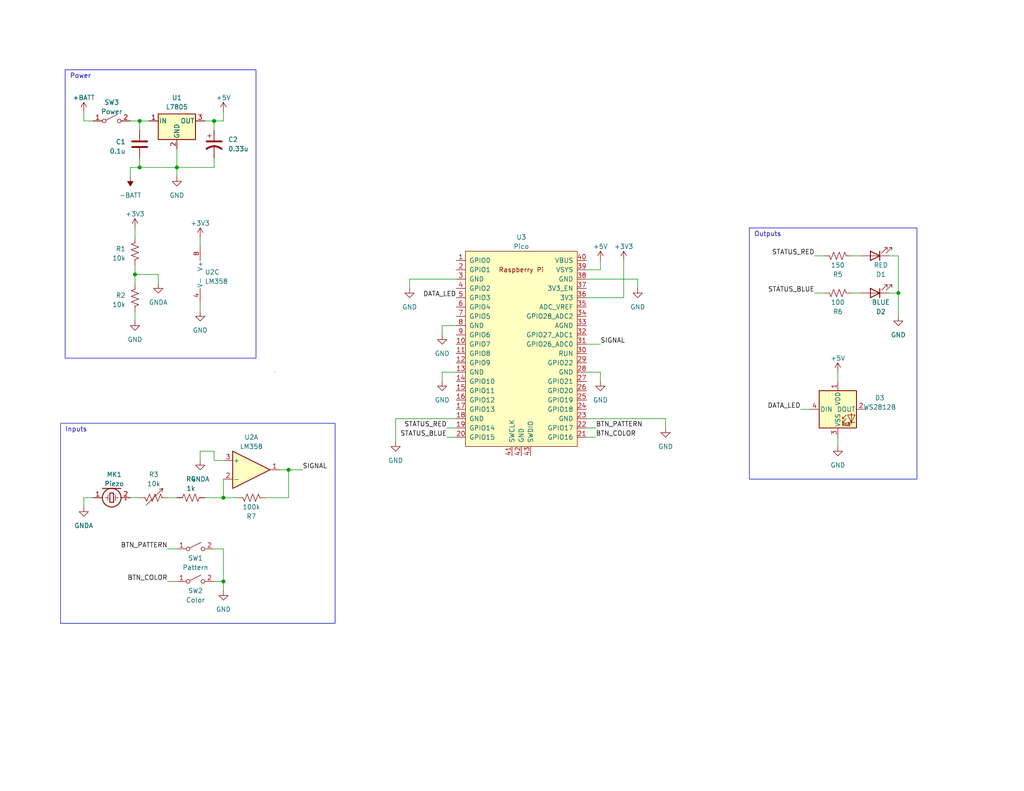
<source format=kicad_sch>
(kicad_sch (version 20230121) (generator eeschema)
  (paper "USLetter")
  (lib_symbols
    (symbol "Amplifier_Operational:LM358" (pin_names (offset 0.127))
      (property "Reference" "U" (at 0 5.08 0))
      (property "Value" "LM358" (at 0 -5.08 0))
      (symbol "LM358_1_1"
        (polyline (pts (xy -5.08 5.08) (xy 5.08 0) (xy -5.08 -5.08) (xy -5.08 5.08)) (stroke (width 0.254)) (fill (type background)))
        (pin output line (at 7.62 0 180) (length 2.54) (name "~") (number "1"))
        (pin input line (at -7.62 -2.54 0) (length 2.54) (name "-") (number "2"))
        (pin input line (at -7.62 2.54 0) (length 2.54) (name "+") (number "3"))
      )
      (symbol "LM358_2_1"
        (polyline (pts (xy -5.08 5.08) (xy 5.08 0) (xy -5.08 -5.08) (xy -5.08 5.08)) (stroke (width 0.254)) (fill (type background)))
        (pin input line (at -7.62 2.54 0) (length 2.54) (name "+") (number "5"))
        (pin input line (at -7.62 -2.54 0) (length 2.54) (name "-") (number "6"))
        (pin output line (at 7.62 0 180) (length 2.54) (name "~") (number "7"))
      )
      (symbol "LM358_3_1"
        (pin power_in line (at -2.54 -7.62 90) (length 3.81) (name "V-") (number "4"))
        (pin power_in line (at -2.54 7.62 270) (length 3.81) (name "V+") (number "8"))
      )
    )
    (symbol "Device:C" (pin_numbers hide) (pin_names (offset 0.254))
      (property "Reference" "C" (at 0.635 2.54 0))
      (property "Value" "C" (at 0.635 -2.54 0))
      (symbol "C_0_1"
        (polyline (pts (xy -2.032 -0.762) (xy 2.032 -0.762)) (stroke (width 0.508)))
        (polyline (pts (xy -2.032 0.762) (xy 2.032 0.762)) (stroke (width 0.508)))
      )
      (symbol "C_1_1"
        (pin passive line (at 0 3.81 270) (length 2.794) (name "~") (number "1"))
        (pin passive line (at 0 -3.81 90) (length 2.794) (name "~") (number "2"))
      )
    )
    (symbol "Device:C_Polarized_US" (pin_numbers hide) (pin_names (offset 0.254) hide)
      (property "Reference" "C" (at 0.635 2.54 0))
      (property "Value" "C_Polarized_US" (at 0.635 -2.54 0))
      (symbol "C_Polarized_US_0_1"
        (polyline (pts (xy -2.032 0.762) (xy 2.032 0.762)) (stroke (width 0.508)))
        (polyline (pts (xy -1.778 2.286) (xy -0.762 2.286)))
        (polyline (pts (xy -1.27 1.778) (xy -1.27 2.794)))
        (arc (start 2.032 -1.27) (mid 0 -0.5572) (end -2.032 -1.27) (stroke (width 0.508)))
      )
      (symbol "C_Polarized_US_1_1"
        (pin passive line (at 0 3.81 270) (length 2.794) (name "~") (number "1"))
        (pin passive line (at 0 -3.81 90) (length 3.302) (name "~") (number "2"))
      )
    )
    (symbol "Device:LED" (pin_numbers hide) (pin_names (offset 1.016) hide)
      (property "Reference" "D" (at 0 2.54 0))
      (property "Value" "LED" (at 0 -2.54 0))
      (symbol "LED_0_1"
        (polyline (pts (xy -1.27 -1.27) (xy -1.27 1.27)) (stroke (width 0.254)))
        (polyline (pts (xy -1.27 0) (xy 1.27 0)))
        (polyline (pts (xy 1.27 -1.27) (xy 1.27 1.27) (xy -1.27 0) (xy 1.27 -1.27)) (stroke (width 0.254)))
        (polyline (pts (xy -3.048 -0.762) (xy -4.572 -2.286) (xy -3.81 -2.286) (xy -4.572 -2.286) (xy -4.572 -1.524)))
        (polyline (pts (xy -1.778 -0.762) (xy -3.302 -2.286) (xy -2.54 -2.286) (xy -3.302 -2.286) (xy -3.302 -1.524)))
      )
      (symbol "LED_1_1"
        (pin passive line (at -3.81 0 0) (length 2.54) (name "K") (number "1"))
        (pin passive line (at 3.81 0 180) (length 2.54) (name "A") (number "2"))
      )
    )
    (symbol "Device:Microphone_Crystal" (pin_names (offset 0.0254) hide)
      (property "Reference" "MK" (at -3.81 1.143 0))
      (property "Value" "Microphone_Crystal" (at -3.81 -0.762 0))
      (symbol "Microphone_Crystal_0_1"
        (rectangle (start -1.27 0.508) (end 1.27 -0.508) (stroke (width 0.254)))
        (polyline (pts (xy -2.54 2.54) (xy -2.54 -2.54)) (stroke (width 0.254)))
        (polyline (pts (xy -0.762 -1.016) (xy 0.762 -1.016)))
        (polyline (pts (xy -0.762 1.016) (xy 0.762 1.016)))
        (polyline (pts (xy 0 -1.016) (xy 0 -1.778)))
        (polyline (pts (xy 0 1.016) (xy 0 1.778)))
        (polyline (pts (xy 0.254 3.81) (xy 0.762 3.81)))
        (polyline (pts (xy 0.508 4.064) (xy 0.508 3.556)))
        (circle (center 0 0) (radius 2.54) (stroke (width 0.254)))
      )
      (symbol "Microphone_Crystal_1_1"
        (pin passive line (at 0 -5.08 90) (length 2.54) (name "-") (number "1"))
        (pin passive line (at 0 5.08 270) (length 2.54) (name "+") (number "2"))
      )
    )
    (symbol "Device:R_US" (pin_numbers hide) (pin_names (offset 0))
      (property "Reference" "R" (at 2.54 0 90))
      (property "Value" "R_US" (at -2.54 0 90))
      (symbol "R_US_0_1"
        (polyline (pts (xy 0 -2.286) (xy 0 -2.54)))
        (polyline (pts (xy 0 2.286) (xy 0 2.54)))
        (polyline (pts (xy 0 -0.762) (xy 1.016 -1.143) (xy 0 -1.524) (xy -1.016 -1.905) (xy 0 -2.286)))
        (polyline (pts (xy 0 0.762) (xy 1.016 0.381) (xy 0 0) (xy -1.016 -0.381) (xy 0 -0.762)))
        (polyline (pts (xy 0 2.286) (xy 1.016 1.905) (xy 0 1.524) (xy -1.016 1.143) (xy 0 0.762)))
      )
      (symbol "R_US_1_1"
        (pin passive line (at 0 3.81 270) (length 1.27) (name "~") (number "1"))
        (pin passive line (at 0 -3.81 90) (length 1.27) (name "~") (number "2"))
      )
    )
    (symbol "Device:R_Variable_US" (pin_numbers hide) (pin_names (offset 0))
      (property "Reference" "R" (at 2.54 -2.54 90))
      (property "Value" "R_Variable_US" (at -2.54 -1.27 90))
      (symbol "R_Variable_US_0_1"
        (polyline (pts (xy 0 -2.286) (xy 0 -2.54)))
        (polyline (pts (xy 0 2.286) (xy 0 2.54)))
        (polyline (pts (xy 0 -0.762) (xy 1.016 -1.143) (xy 0 -1.524) (xy -1.016 -1.905) (xy 0 -2.286)))
        (polyline (pts (xy 0 0.762) (xy 1.016 0.381) (xy 0 0) (xy -1.016 -0.381) (xy 0 -0.762)))
        (polyline (pts (xy 0 2.286) (xy 1.016 1.905) (xy 0 1.524) (xy -1.016 1.143) (xy 0 0.762)) (stroke (width 0.1524)))
        (polyline (pts (xy 2.286 1.524) (xy 2.54 2.54) (xy 1.524 2.286) (xy 2.54 2.54) (xy -2.032 -2.032)) (stroke (width 0.1524)))
      )
      (symbol "R_Variable_US_1_1"
        (pin passive line (at 0 3.81 270) (length 1.27) (name "~") (number "1"))
        (pin passive line (at 0 -3.81 90) (length 1.27) (name "~") (number "2"))
      )
    )
    (symbol "LED:WS2812B" (pin_names (offset 0.254))
      (property "Reference" "D" (at 5.08 5.715 0))
      (property "Value" "WS2812B" (at 1.27 -5.715 0))
      (symbol "WS2812B_0_0"
        (text "RGB" (at 2.286 -4.191 0) (effects (font (size 0.762 0.762))))
      )
      (symbol "WS2812B_0_1"
        (polyline (pts (xy 1.27 -3.556) (xy 1.778 -3.556)))
        (polyline (pts (xy 1.27 -2.54) (xy 1.778 -2.54)))
        (polyline (pts (xy 4.699 -3.556) (xy 2.667 -3.556)))
        (polyline (pts (xy 2.286 -2.54) (xy 1.27 -3.556) (xy 1.27 -3.048)))
        (polyline (pts (xy 2.286 -1.524) (xy 1.27 -2.54) (xy 1.27 -2.032)))
        (polyline (pts (xy 3.683 -1.016) (xy 3.683 -3.556) (xy 3.683 -4.064)))
        (polyline (pts (xy 4.699 -1.524) (xy 2.667 -1.524) (xy 3.683 -3.556) (xy 4.699 -1.524)))
        (rectangle (start 5.08 5.08) (end -5.08 -5.08) (stroke (width 0.254)) (fill (type background)))
      )
      (symbol "WS2812B_1_1"
        (pin power_in line (at 0 7.62 270) (length 2.54) (name "VDD") (number "1"))
        (pin output line (at 7.62 0 180) (length 2.54) (name "DOUT") (number "2"))
        (pin power_in line (at 0 -7.62 90) (length 2.54) (name "VSS") (number "3"))
        (pin input line (at -7.62 0 0) (length 2.54) (name "DIN") (number "4"))
      )
    )
    (symbol "RPi_Pico:Pico" (pin_names (offset 1.016))
      (property "Reference" "U" (at -13.97 27.94 0))
      (property "Value" "Pico" (at 0 19.05 0))
      (symbol "Pico_0_0"
        (text "Raspberry Pi" (at 0 21.59 0) (effects (font (size 1.27 1.27))))
      )
      (symbol "Pico_0_1"
        (rectangle (start -15.24 26.67) (end 15.24 -26.67) (fill (type background)))
      )
      (symbol "Pico_1_1"
        (pin bidirectional line (at -17.78 24.13 0) (length 2.54) (name "GPIO0") (number "1"))
        (pin bidirectional line (at -17.78 1.27 0) (length 2.54) (name "GPIO7") (number "10"))
        (pin bidirectional line (at -17.78 -1.27 0) (length 2.54) (name "GPIO8") (number "11"))
        (pin bidirectional line (at -17.78 -3.81 0) (length 2.54) (name "GPIO9") (number "12"))
        (pin power_in line (at -17.78 -6.35 0) (length 2.54) (name "GND") (number "13"))
        (pin bidirectional line (at -17.78 -8.89 0) (length 2.54) (name "GPIO10") (number "14"))
        (pin bidirectional line (at -17.78 -11.43 0) (length 2.54) (name "GPIO11") (number "15"))
        (pin bidirectional line (at -17.78 -13.97 0) (length 2.54) (name "GPIO12") (number "16"))
        (pin bidirectional line (at -17.78 -16.51 0) (length 2.54) (name "GPIO13") (number "17"))
        (pin power_in line (at -17.78 -19.05 0) (length 2.54) (name "GND") (number "18"))
        (pin bidirectional line (at -17.78 -21.59 0) (length 2.54) (name "GPIO14") (number "19"))
        (pin bidirectional line (at -17.78 21.59 0) (length 2.54) (name "GPIO1") (number "2"))
        (pin bidirectional line (at -17.78 -24.13 0) (length 2.54) (name "GPIO15") (number "20"))
        (pin bidirectional line (at 17.78 -24.13 180) (length 2.54) (name "GPIO16") (number "21"))
        (pin bidirectional line (at 17.78 -21.59 180) (length 2.54) (name "GPIO17") (number "22"))
        (pin power_in line (at 17.78 -19.05 180) (length 2.54) (name "GND") (number "23"))
        (pin bidirectional line (at 17.78 -16.51 180) (length 2.54) (name "GPIO18") (number "24"))
        (pin bidirectional line (at 17.78 -13.97 180) (length 2.54) (name "GPIO19") (number "25"))
        (pin bidirectional line (at 17.78 -11.43 180) (length 2.54) (name "GPIO20") (number "26"))
        (pin bidirectional line (at 17.78 -8.89 180) (length 2.54) (name "GPIO21") (number "27"))
        (pin power_in line (at 17.78 -6.35 180) (length 2.54) (name "GND") (number "28"))
        (pin bidirectional line (at 17.78 -3.81 180) (length 2.54) (name "GPIO22") (number "29"))
        (pin power_in line (at -17.78 19.05 0) (length 2.54) (name "GND") (number "3"))
        (pin input line (at 17.78 -1.27 180) (length 2.54) (name "RUN") (number "30"))
        (pin bidirectional line (at 17.78 1.27 180) (length 2.54) (name "GPIO26_ADC0") (number "31"))
        (pin bidirectional line (at 17.78 3.81 180) (length 2.54) (name "GPIO27_ADC1") (number "32"))
        (pin power_in line (at 17.78 6.35 180) (length 2.54) (name "AGND") (number "33"))
        (pin bidirectional line (at 17.78 8.89 180) (length 2.54) (name "GPIO28_ADC2") (number "34"))
        (pin unspecified line (at 17.78 11.43 180) (length 2.54) (name "ADC_VREF") (number "35"))
        (pin unspecified line (at 17.78 13.97 180) (length 2.54) (name "3V3") (number "36"))
        (pin input line (at 17.78 16.51 180) (length 2.54) (name "3V3_EN") (number "37"))
        (pin bidirectional line (at 17.78 19.05 180) (length 2.54) (name "GND") (number "38"))
        (pin unspecified line (at 17.78 21.59 180) (length 2.54) (name "VSYS") (number "39"))
        (pin bidirectional line (at -17.78 16.51 0) (length 2.54) (name "GPIO2") (number "4"))
        (pin unspecified line (at 17.78 24.13 180) (length 2.54) (name "VBUS") (number "40"))
        (pin input line (at -2.54 -29.21 90) (length 2.54) (name "SWCLK") (number "41"))
        (pin power_in line (at 0 -29.21 90) (length 2.54) (name "GND") (number "42"))
        (pin bidirectional line (at 2.54 -29.21 90) (length 2.54) (name "SWDIO") (number "43"))
        (pin bidirectional line (at -17.78 13.97 0) (length 2.54) (name "GPIO3") (number "5"))
        (pin bidirectional line (at -17.78 11.43 0) (length 2.54) (name "GPIO4") (number "6"))
        (pin bidirectional line (at -17.78 8.89 0) (length 2.54) (name "GPIO5") (number "7"))
        (pin power_in line (at -17.78 6.35 0) (length 2.54) (name "GND") (number "8"))
        (pin bidirectional line (at -17.78 3.81 0) (length 2.54) (name "GPIO6") (number "9"))
      )
    )
    (symbol "Regulator_Linear:L7805" (pin_names (offset 0.254))
      (property "Reference" "U" (at -3.81 3.175 0))
      (property "Value" "L7805" (at 0 3.175 0))
      (symbol "L7805_0_1"
        (rectangle (start -5.08 1.905) (end 5.08 -5.08) (stroke (width 0.254)) (fill (type background)))
      )
      (symbol "L7805_1_1"
        (pin power_in line (at -7.62 0 0) (length 2.54) (name "IN") (number "1"))
        (pin power_in line (at 0 -7.62 90) (length 2.54) (name "GND") (number "2"))
        (pin power_out line (at 7.62 0 180) (length 2.54) (name "OUT") (number "3"))
      )
    )
    (symbol "Switch:SW_SPST" (pin_names (offset 0) hide)
      (property "Reference" "SW" (at 0 3.175 0))
      (property "Value" "SW_SPST" (at 0 -2.54 0))
      (symbol "SW_SPST_0_0"
        (circle (center -2.032 0) (radius 0.508))
        (polyline (pts (xy -1.524 0.254) (xy 1.524 1.778)))
        (circle (center 2.032 0) (radius 0.508))
      )
      (symbol "SW_SPST_1_1"
        (pin passive line (at -5.08 0 0) (length 2.54) (name "A") (number "1"))
        (pin passive line (at 5.08 0 180) (length 2.54) (name "B") (number "2"))
      )
    )
    (symbol "power:+3V3" (power) (pin_names (offset 0))
      (property "Value" "+3V3" (at 0 3.556 0))
      (symbol "+3V3_0_1"
        (polyline (pts (xy -0.762 1.27) (xy 0 2.54)))
        (polyline (pts (xy 0 0) (xy 0 2.54)))
        (polyline (pts (xy 0 2.54) (xy 0.762 1.27)))
      )
      (symbol "+3V3_1_1"
        (pin power_in line (at 0 0 90) (length 0) hide (name "+3V3") (number "1"))
      )
    )
    (symbol "power:+5V" (power) (pin_names (offset 0))
      (property "Value" "+5V" (at 0 3.556 0))
      (symbol "+5V_0_1"
        (polyline (pts (xy -0.762 1.27) (xy 0 2.54)))
        (polyline (pts (xy 0 0) (xy 0 2.54)))
        (polyline (pts (xy 0 2.54) (xy 0.762 1.27)))
      )
      (symbol "+5V_1_1"
        (pin power_in line (at 0 0 90) (length 0) hide (name "+5V") (number "1"))
      )
    )
    (symbol "power:+BATT" (power) (pin_names (offset 0))
      (property "Value" "+BATT" (at 0 3.556 0))
      (symbol "+BATT_0_1"
        (polyline (pts (xy -0.762 1.27) (xy 0 2.54)))
        (polyline (pts (xy 0 0) (xy 0 2.54)))
        (polyline (pts (xy 0 2.54) (xy 0.762 1.27)))
      )
      (symbol "+BATT_1_1"
        (pin power_in line (at 0 0 90) (length 0) hide (name "+BATT") (number "1"))
      )
    )
    (symbol "power:-BATT" (power) (pin_names (offset 0))
      (property "Value" "-BATT" (at 0 3.556 0))
      (symbol "-BATT_0_1"
        (polyline (pts (xy 0 0) (xy 0 2.54)))
        (polyline (pts (xy 0.762 1.27) (xy -0.762 1.27) (xy 0 2.54) (xy 0.762 1.27)) (fill (type outline)))
      )
      (symbol "-BATT_1_1"
        (pin power_in line (at 0 0 90) (length 0) hide (name "-BATT") (number "1"))
      )
    )
    (symbol "power:GND" (power) (pin_names (offset 0))
      (property "Value" "GND" (at 0 -3.81 0))
      (symbol "GND_0_1"
        (polyline (pts (xy 0 0) (xy 0 -1.27) (xy 1.27 -1.27) (xy 0 -2.54) (xy -1.27 -1.27) (xy 0 -1.27)))
      )
      (symbol "GND_1_1"
        (pin power_in line (at 0 0 270) (length 0) hide (name "GND") (number "1"))
      )
    )
    (symbol "power:GNDA" (power) (pin_names (offset 0))
      (property "Value" "GNDA" (at 0 -3.81 0))
      (symbol "GNDA_0_1"
        (polyline (pts (xy 0 0) (xy 0 -1.27) (xy 1.27 -1.27) (xy 0 -2.54) (xy -1.27 -1.27) (xy 0 -1.27)))
      )
      (symbol "GNDA_1_1"
        (pin power_in line (at 0 0 270) (length 0) hide (name "GNDA") (number "1"))
      )
    )
  )
  (junction (at 78.74 128.27))
  (junction (at 245.11 80.01))
  (junction (at 60.96 135.89))
  (junction (at 60.96 158.75))
  (junction (at 36.83 74.93))
  (junction (at 38.1 33.02))
  (junction (at 58.42 33.02))
  (junction (at 48.26 45.72))
  (junction (at 38.1 45.72))
  (wire (pts (xy 58.42 45.72) (xy 58.42 43.18)))
  (wire (pts (xy 48.26 48.26) (xy 48.26 45.72)))
  (wire (pts (xy 173.99 76.2) (xy 173.99 78.74)))
  (wire (pts (xy 36.83 64.77) (xy 36.83 62.23)))
  (wire (pts (xy 43.18 77.47) (xy 43.18 74.93)))
  (wire (pts (xy 55.88 135.89) (xy 60.96 135.89)))
  (wire (pts (xy 54.61 123.19) (xy 54.61 125.73)))
  (wire (pts (xy 72.39 135.89) (xy 78.74 135.89)))
  (wire (pts (xy 60.96 149.86) (xy 60.96 158.75)))
  (wire (pts (xy 120.65 101.6) (xy 120.65 104.14)))
  (wire (pts (xy 245.11 69.85) (xy 245.11 80.01)))
  (wire (pts (xy 234.95 69.85) (xy 232.41 69.85)))
  (wire (pts (xy 58.42 125.73) (xy 60.96 125.73)))
  (wire (pts (xy 218.44 111.76) (xy 220.98 111.76)))
  (wire (pts (xy 120.65 88.9) (xy 120.65 91.44)))
  (wire (pts (xy 43.18 74.93) (xy 36.83 74.93)))
  (wire (pts (xy 64.77 135.89) (xy 60.96 135.89)))
  (wire (pts (xy 111.76 76.2) (xy 111.76 78.74)))
  (wire (pts (xy 22.86 33.02) (xy 25.4 33.02)))
  (wire (pts (xy 35.56 135.89) (xy 38.1 135.89)))
  (wire (pts (xy 78.74 128.27) (xy 82.55 128.27)))
  (wire (pts (xy 160.02 101.6) (xy 163.83 101.6)))
  (wire (pts (xy 160.02 76.2) (xy 173.99 76.2)))
  (wire (pts (xy 121.92 119.38) (xy 124.46 119.38)))
  (wire (pts (xy 60.96 33.02) (xy 58.42 33.02)))
  (wire (pts (xy 163.83 73.66) (xy 163.83 71.12)))
  (wire (pts (xy 124.46 88.9) (xy 120.65 88.9)))
  (wire (pts (xy 58.42 33.02) (xy 55.88 33.02)))
  (wire (pts (xy 228.6 119.38) (xy 228.6 121.92)))
  (wire (pts (xy 162.56 119.38) (xy 160.02 119.38)))
  (wire (pts (xy 245.11 80.01) (xy 242.57 80.01)))
  (wire (pts (xy 58.42 149.86) (xy 60.96 149.86)))
  (wire (pts (xy 124.46 76.2) (xy 111.76 76.2)))
  (wire (pts (xy 22.86 135.89) (xy 25.4 135.89)))
  (wire (pts (xy 48.26 45.72) (xy 48.26 40.64)))
  (wire (pts (xy 234.95 80.01) (xy 232.41 80.01)))
  (wire (pts (xy 54.61 64.77) (xy 54.61 67.31)))
  (wire (pts (xy 163.83 101.6) (xy 163.83 104.14)))
  (wire (pts (xy 38.1 45.72) (xy 48.26 45.72)))
  (wire (pts (xy 58.42 35.56) (xy 58.42 33.02)))
  (wire (pts (xy 222.25 69.85) (xy 224.79 69.85)))
  (wire (pts (xy 160.02 73.66) (xy 163.83 73.66)))
  (wire (pts (xy 48.26 45.72) (xy 58.42 45.72)))
  (wire (pts (xy 45.72 158.75) (xy 48.26 158.75)))
  (wire (pts (xy 54.61 82.55) (xy 54.61 85.09)))
  (wire (pts (xy 35.56 45.72) (xy 38.1 45.72)))
  (wire (pts (xy 38.1 43.18) (xy 38.1 45.72)))
  (wire (pts (xy 78.74 128.27) (xy 78.74 135.89)))
  (wire (pts (xy 22.86 138.43) (xy 22.86 135.89)))
  (wire (pts (xy 36.83 85.09) (xy 36.83 87.63)))
  (wire (pts (xy 121.92 116.84) (xy 124.46 116.84)))
  (wire (pts (xy 36.83 72.39) (xy 36.83 74.93)))
  (wire (pts (xy 245.11 80.01) (xy 245.11 86.36)))
  (wire (pts (xy 76.2 128.27) (xy 78.74 128.27)))
  (wire (pts (xy 107.95 114.3) (xy 107.95 120.65)))
  (wire (pts (xy 58.42 123.19) (xy 58.42 125.73)))
  (wire (pts (xy 38.1 33.02) (xy 40.64 33.02)))
  (wire (pts (xy 163.83 93.98) (xy 160.02 93.98)))
  (wire (pts (xy 35.56 48.26) (xy 35.56 45.72)))
  (wire (pts (xy 60.96 158.75) (xy 60.96 161.29)))
  (wire (pts (xy 36.83 74.93) (xy 36.83 77.47)))
  (wire (pts (xy 222.25 80.01) (xy 224.79 80.01)))
  (wire (pts (xy 60.96 30.48) (xy 60.96 33.02)))
  (wire (pts (xy 228.6 104.14) (xy 228.6 101.6)))
  (wire (pts (xy 162.56 116.84) (xy 160.02 116.84)))
  (wire (pts (xy 58.42 158.75) (xy 60.96 158.75)))
  (wire (pts (xy 181.61 114.3) (xy 181.61 116.84)))
  (wire (pts (xy 170.18 81.28) (xy 170.18 71.12)))
  (wire (pts (xy 38.1 35.56) (xy 38.1 33.02)))
  (wire (pts (xy 160.02 114.3) (xy 181.61 114.3)))
  (wire (pts (xy 124.46 101.6) (xy 120.65 101.6)))
  (wire (pts (xy 160.02 81.28) (xy 170.18 81.28)))
  (wire (pts (xy 54.61 123.19) (xy 58.42 123.19)))
  (wire (pts (xy 124.46 114.3) (xy 107.95 114.3)))
  (wire (pts (xy 22.86 30.48) (xy 22.86 33.02)))
  (wire (pts (xy 45.72 135.89) (xy 48.26 135.89)))
  (wire (pts (xy 45.72 149.86) (xy 48.26 149.86)))
  (wire (pts (xy 35.56 33.02) (xy 38.1 33.02)))
  (wire (pts (xy 245.11 69.85) (xy 242.57 69.85)))
  (wire (pts (xy 60.96 135.89) (xy 60.96 130.81)))
  (rectangle (start 74.93 101.6) (end 74.93 101.6))
  (rectangle (start 16.51 115.57) (end 91.44 170.18))
  (rectangle (start 204.47 62.23) (end 250.19 130.81))
  (rectangle (start 17.78 19.05) (end 69.85 97.79))
  (text "Power" (at 19.05 21.59 0) (effects (font (size 1.27 1.27)) (justify left bottom)))
  (text "Inputs" (at 17.78 118.11 0) (effects (font (size 1.27 1.27)) (justify left bottom)))
  (text "Outputs" (at 205.74 64.77 0) (effects (font (size 1.27 1.27)) (justify left bottom)))
  (label "STATUS_RED" (at 121.92 116.84 180))
  (label "STATUS_RED" (at 222.25 69.85 180))
  (label "BTN_COLOR" (at 162.56 119.38 0))
  (label "SIGNAL" (at 163.83 93.98 0))
  (label "DATA_LED" (at 124.46 81.28 180))
  (label "BTN_PATTERN" (at 162.56 116.84 0))
  (label "STATUS_BLUE" (at 222.25 80.01 180))
  (label "BTN_PATTERN" (at 45.72 149.86 180))
  (label "STATUS_BLUE" (at 121.92 119.38 180))
  (label "SIGNAL" (at 82.55 128.27 0))
  (label "BTN_COLOR" (at 45.72 158.75 180))
  (label "DATA_LED" (at 218.44 111.76 180))
  (symbol (lib_id "RPi_Pico:Pico") (at 142.24 95.25 0) (unit 1)
    (property "Reference" "U3" (at 142.24 64.77 0))
    (property "Value" "Pico" (at 142.24 67.31 0))
    (property "Footprint" "RPi_Pico:RPi_Pico_SMD_TH" (effects hide))
  )
  (symbol (lib_id "power:+5V") (at 228.6 101.6 0) (unit 1)
    (property "Reference" "#PWR023" (effects hide))
    (property "Value" "+5V" (at 228.6 97.79 0))
  )
  (symbol (lib_id "power:GND") (at 120.65 104.14 0) (unit 1)
    (property "Reference" "#PWR08" (effects hide))
    (property "Value" "GND" (at 120.65 109.22 0))
  )
  (symbol (lib_id "power:GND") (at 54.61 85.09 0) (unit 1)
    (property "Reference" "#PWR03" (effects hide))
    (property "Value" "GND" (at 54.61 90.17 0))
  )
  (symbol (lib_id "Switch:SW_SPST") (at 53.34 149.86 0) (unit 1)
    (property "Reference" "SW1" (at 53.34 152.4 0))
    (property "Value" "Pattern" (at 53.34 154.94 0))
  )
  (symbol (lib_id "Device:R_US") (at 228.6 80.01 90) (mirror x) (unit 1)
    (property "Reference" "R6" (at 228.6 85.09 90))
    (property "Value" "100" (at 228.6 82.55 90))
  )
  (symbol (lib_id "power:GND") (at 173.99 78.74 0) (unit 1)
    (property "Reference" "#PWR04" (effects hide))
    (property "Value" "GND" (at 173.99 83.82 0))
  )
  (symbol (lib_id "power:GNDA") (at 54.61 125.73 0) (unit 1)
    (property "Reference" "#PWR021" (effects hide))
    (property "Value" "GNDA" (at 54.61 130.81 0))
  )
  (symbol (lib_id "power:GNDA") (at 22.86 138.43 0) (unit 1)
    (property "Reference" "#PWR012" (effects hide))
    (property "Value" "GNDA" (at 22.86 143.51 0))
  )
  (symbol (lib_id "power:-BATT") (at 35.56 48.26 180) (unit 1)
    (property "Reference" "#PWR020" (effects hide))
    (property "Value" "-BATT" (at 35.56 53.34 0))
  )
  (symbol (lib_id "Regulator_Linear:L7805") (at 48.26 33.02 0) (unit 1)
    (property "Reference" "U1" (at 48.26 26.67 0))
    (property "Value" "L7805" (at 48.26 29.21 0))
    (property "Datasheet" "http://www.st.com/content/ccc/resource/technical/document/datasheet/41/4f/b3/b0/12/d4/47/88/CD00000444.pdf/files/CD00000444.pdf/jcr:content/translations/en.CD00000444.pdf" (effects hide))
  )
  (symbol (lib_id "Device:R_US") (at 68.58 135.89 270) (mirror x) (unit 1)
    (property "Reference" "R7" (at 68.58 140.97 90))
    (property "Value" "100k" (at 68.58 138.43 90))
  )
  (symbol (lib_id "power:+3V3") (at 36.83 62.23 0) (unit 1)
    (property "Reference" "#PWR014" (effects hide))
    (property "Value" "+3V3" (at 36.83 58.42 0))
  )
  (symbol (lib_id "LED:WS2812B") (at 228.6 111.76 0) (unit 1)
    (property "Reference" "D3" (at 240.03 108.6359 0))
    (property "Value" "WS2812B" (at 240.03 111.1759 0))
    (property "Footprint" "LED_SMD:LED_WS2812B_PLCC4_5.0x5.0mm_P3.2mm" (effects hide))
    (property "Datasheet" "https://cdn-shop.adafruit.com/datasheets/WS2812B.pdf" (effects hide))
  )
  (symbol (lib_id "Amplifier_Operational:LM358") (at 68.58 128.27 0) (unit 1)
    (property "Reference" "U2" (at 68.58 119.38 0))
    (property "Value" "LM358" (at 68.58 121.92 0))
    (property "Datasheet" "http://www.ti.com/lit/ds/symlink/lm2904-n.pdf" (effects hide))
  )
  (symbol (lib_id "Device:LED") (at 238.76 80.01 180) (unit 1)
    (property "Reference" "D2" (at 240.3475 85.09 0))
    (property "Value" "BLUE" (at 240.3475 82.55 0))
  )
  (symbol (lib_id "power:GND") (at 181.61 116.84 0) (unit 1)
    (property "Reference" "#PWR06" (effects hide))
    (property "Value" "GND" (at 181.61 121.92 0))
  )
  (symbol (lib_id "Switch:SW_SPST") (at 53.34 158.75 0) (unit 1)
    (property "Reference" "SW2" (at 53.34 161.29 0))
    (property "Value" "Color" (at 53.34 163.83 0))
  )
  (symbol (lib_id "power:GND") (at 245.11 86.36 0) (unit 1)
    (property "Reference" "#PWR016" (effects hide))
    (property "Value" "GND" (at 245.11 91.44 0))
  )
  (symbol (lib_id "Device:R_US") (at 228.6 69.85 90) (mirror x) (unit 1)
    (property "Reference" "R5" (at 228.6 74.93 90))
    (property "Value" "150" (at 228.6 72.39 90))
  )
  (symbol (lib_id "power:GND") (at 107.95 120.65 0) (unit 1)
    (property "Reference" "#PWR07" (effects hide))
    (property "Value" "GND" (at 107.95 125.73 0))
  )
  (symbol (lib_id "power:GND") (at 120.65 91.44 0) (unit 1)
    (property "Reference" "#PWR09" (effects hide))
    (property "Value" "GND" (at 120.65 96.52 0))
  )
  (symbol (lib_id "power:GNDA") (at 43.18 77.47 0) (unit 1)
    (property "Reference" "#PWR022" (effects hide))
    (property "Value" "GNDA" (at 43.18 82.55 0))
  )
  (symbol (lib_id "power:GND") (at 60.96 161.29 0) (unit 1)
    (property "Reference" "#PWR011" (effects hide))
    (property "Value" "GND" (at 60.96 166.37 0))
  )
  (symbol (lib_id "power:+5V") (at 60.96 30.48 0) (unit 1)
    (property "Reference" "#PWR018" (effects hide))
    (property "Value" "+5V" (at 60.96 26.67 0))
  )
  (symbol (lib_id "power:GND") (at 36.83 87.63 0) (unit 1)
    (property "Reference" "#PWR015" (effects hide))
    (property "Value" "GND" (at 36.83 92.71 0))
  )
  (symbol (lib_id "Switch:SW_SPST") (at 30.48 33.02 0) (unit 1)
    (property "Reference" "SW3" (at 30.48 27.94 0))
    (property "Value" "Power" (at 30.48 30.48 0))
  )
  (symbol (lib_id "Device:LED") (at 238.76 69.85 180) (unit 1)
    (property "Reference" "D1" (at 240.3475 74.93 0))
    (property "Value" "RED" (at 240.3475 72.39 0))
  )
  (symbol (lib_id "Device:R_Variable_US") (at 41.91 135.89 270) (mirror x) (unit 1)
    (property "Reference" "R3" (at 41.9481 129.54 90))
    (property "Value" "10k" (at 41.9481 132.08 90))
  )
  (symbol (lib_id "power:+3V3") (at 54.61 64.77 0) (unit 1)
    (property "Reference" "#PWR02" (effects hide))
    (property "Value" "+3V3" (at 54.61 60.96 0))
  )
  (symbol (lib_id "Device:R_US") (at 36.83 81.28 0) (mirror y) (unit 1)
    (property "Reference" "R2" (at 34.29 80.645 0) (effects (justify left)))
    (property "Value" "10k" (at 34.29 83.185 0) (effects (justify left)))
  )
  (symbol (lib_id "power:GND") (at 163.83 104.14 0) (unit 1)
    (property "Reference" "#PWR05" (effects hide))
    (property "Value" "GND" (at 163.83 109.22 0))
  )
  (symbol (lib_id "power:+BATT") (at 22.86 30.48 0) (unit 1)
    (property "Reference" "#PWR019" (effects hide))
    (property "Value" "+BATT" (at 22.86 26.67 0))
  )
  (symbol (lib_id "Device:R_US") (at 36.83 68.58 0) (mirror y) (unit 1)
    (property "Reference" "R1" (at 34.29 67.945 0) (effects (justify left)))
    (property "Value" "10k" (at 34.29 70.485 0) (effects (justify left)))
  )
  (symbol (lib_id "power:GND") (at 48.26 48.26 0) (unit 1)
    (property "Reference" "#PWR017" (effects hide))
    (property "Value" "GND" (at 48.26 53.34 0))
  )
  (symbol (lib_id "Device:C") (at 38.1 39.37 0) (mirror y) (unit 1)
    (property "Reference" "C1" (at 34.29 38.735 0) (effects (justify left)))
    (property "Value" "0.1u" (at 34.29 41.275 0) (effects (justify left)))
  )
  (symbol (lib_id "power:GND") (at 228.6 121.92 0) (unit 1)
    (property "Reference" "#PWR024" (effects hide))
    (property "Value" "GND" (at 228.6 127 0))
  )
  (symbol (lib_id "Device:Microphone_Crystal") (at 30.48 135.89 270) (unit 1)
    (property "Reference" "MK1" (at 31.1785 129.54 90))
    (property "Value" "Piezo" (at 31.1785 132.08 90))
  )
  (symbol (lib_id "power:+3V3") (at 170.18 71.12 0) (unit 1)
    (property "Reference" "#PWR013" (effects hide))
    (property "Value" "+3V3" (at 170.18 67.31 0))
  )
  (symbol (lib_id "power:+5V") (at 163.83 71.12 0) (unit 1)
    (property "Reference" "#PWR01" (effects hide))
    (property "Value" "+5V" (at 163.83 67.31 0))
  )
  (symbol (lib_id "power:GND") (at 111.76 78.74 0) (unit 1)
    (property "Reference" "#PWR010" (effects hide))
    (property "Value" "GND" (at 111.76 83.82 0))
  )
  (symbol (lib_id "Device:C_Polarized_US") (at 58.42 39.37 0) (unit 1)
    (property "Reference" "C2" (at 62.23 38.1 0) (effects (justify left)))
    (property "Value" "0.33u" (at 62.23 40.64 0) (effects (justify left)))
  )
  (symbol (lib_id "Amplifier_Operational:LM358") (at 57.15 74.93 0) (unit 3)
    (property "Reference" "U2" (at 55.88 74.295 0) (effects (justify left)))
    (property "Value" "LM358" (at 55.88 76.835 0) (effects (justify left)))
    (property "Datasheet" "http://www.ti.com/lit/ds/symlink/lm2904-n.pdf" (effects hide))
  )
  (symbol (lib_id "Device:R_US") (at 52.07 135.89 90) (unit 1)
    (property "Reference" "R4" (at 52.07 130.81 90))
    (property "Value" "1k" (at 52.07 133.35 90))
  )
)
</source>
